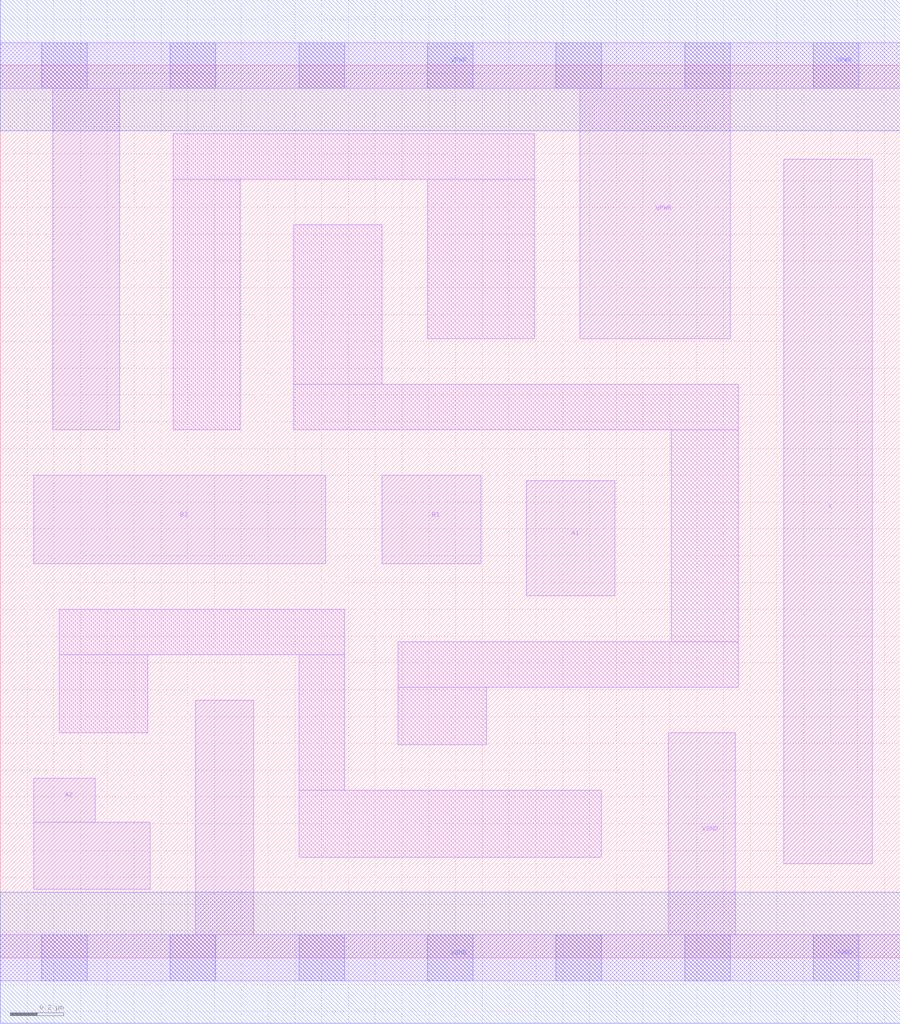
<source format=lef>
# Copyright 2020 The SkyWater PDK Authors
#
# Licensed under the Apache License, Version 2.0 (the "License");
# you may not use this file except in compliance with the License.
# You may obtain a copy of the License at
#
#     https://www.apache.org/licenses/LICENSE-2.0
#
# Unless required by applicable law or agreed to in writing, software
# distributed under the License is distributed on an "AS IS" BASIS,
# WITHOUT WARRANTIES OR CONDITIONS OF ANY KIND, either express or implied.
# See the License for the specific language governing permissions and
# limitations under the License.
#
# SPDX-License-Identifier: Apache-2.0

VERSION 5.7 ;
  NAMESCASESENSITIVE ON ;
  NOWIREEXTENSIONATPIN ON ;
  DIVIDERCHAR "/" ;
  BUSBITCHARS "[]" ;
UNITS
  DATABASE MICRONS 200 ;
END UNITS
MACRO sky130_fd_sc_ms__a22o_1
  CLASS CORE ;
  SOURCE USER ;
  FOREIGN sky130_fd_sc_ms__a22o_1 ;
  ORIGIN  0.000000  0.000000 ;
  SIZE  3.360000 BY  3.330000 ;
  SYMMETRY X Y ;
  SITE unit ;
  PIN A1
    ANTENNAGATEAREA  0.276000 ;
    DIRECTION INPUT ;
    USE SIGNAL ;
    PORT
      LAYER li1 ;
        RECT 1.965000 1.350000 2.295000 1.780000 ;
    END
  END A1
  PIN A2
    ANTENNAGATEAREA  0.276000 ;
    DIRECTION INPUT ;
    USE SIGNAL ;
    PORT
      LAYER li1 ;
        RECT 0.125000 0.255000 0.560000 0.505000 ;
        RECT 0.125000 0.505000 0.355000 0.670000 ;
    END
  END A2
  PIN B1
    ANTENNAGATEAREA  0.276000 ;
    DIRECTION INPUT ;
    USE SIGNAL ;
    PORT
      LAYER li1 ;
        RECT 1.425000 1.470000 1.795000 1.800000 ;
    END
  END B1
  PIN B2
    ANTENNAGATEAREA  0.276000 ;
    DIRECTION INPUT ;
    USE SIGNAL ;
    PORT
      LAYER li1 ;
        RECT 0.125000 1.470000 1.215000 1.800000 ;
    END
  END B2
  PIN X
    ANTENNADIFFAREA  0.487300 ;
    DIRECTION OUTPUT ;
    USE SIGNAL ;
    PORT
      LAYER li1 ;
        RECT 2.925000 0.350000 3.255000 2.980000 ;
    END
  END X
  PIN VGND
    DIRECTION INOUT ;
    USE GROUND ;
    PORT
      LAYER li1 ;
        RECT 0.000000 -0.085000 3.360000 0.085000 ;
        RECT 0.730000  0.085000 0.945000 0.960000 ;
        RECT 2.495000  0.085000 2.745000 0.840000 ;
      LAYER mcon ;
        RECT 0.155000 -0.085000 0.325000 0.085000 ;
        RECT 0.635000 -0.085000 0.805000 0.085000 ;
        RECT 1.115000 -0.085000 1.285000 0.085000 ;
        RECT 1.595000 -0.085000 1.765000 0.085000 ;
        RECT 2.075000 -0.085000 2.245000 0.085000 ;
        RECT 2.555000 -0.085000 2.725000 0.085000 ;
        RECT 3.035000 -0.085000 3.205000 0.085000 ;
      LAYER met1 ;
        RECT 0.000000 -0.245000 3.360000 0.245000 ;
    END
  END VGND
  PIN VPWR
    DIRECTION INOUT ;
    USE POWER ;
    PORT
      LAYER li1 ;
        RECT 0.000000 3.245000 3.360000 3.415000 ;
        RECT 0.195000 1.970000 0.445000 3.245000 ;
        RECT 2.165000 2.310000 2.725000 3.245000 ;
      LAYER mcon ;
        RECT 0.155000 3.245000 0.325000 3.415000 ;
        RECT 0.635000 3.245000 0.805000 3.415000 ;
        RECT 1.115000 3.245000 1.285000 3.415000 ;
        RECT 1.595000 3.245000 1.765000 3.415000 ;
        RECT 2.075000 3.245000 2.245000 3.415000 ;
        RECT 2.555000 3.245000 2.725000 3.415000 ;
        RECT 3.035000 3.245000 3.205000 3.415000 ;
      LAYER met1 ;
        RECT 0.000000 3.085000 3.360000 3.575000 ;
    END
  END VPWR
  OBS
    LAYER li1 ;
      RECT 0.220000 0.840000 0.550000 1.130000 ;
      RECT 0.220000 1.130000 1.285000 1.300000 ;
      RECT 0.645000 1.970000 0.895000 2.905000 ;
      RECT 0.645000 2.905000 1.995000 3.075000 ;
      RECT 1.095000 1.970000 2.755000 2.140000 ;
      RECT 1.095000 2.140000 1.425000 2.735000 ;
      RECT 1.115000 0.375000 2.245000 0.625000 ;
      RECT 1.115000 0.625000 1.285000 1.130000 ;
      RECT 1.485000 0.795000 1.815000 1.010000 ;
      RECT 1.485000 1.010000 2.755000 1.180000 ;
      RECT 1.595000 2.310000 1.995000 2.905000 ;
      RECT 2.505000 1.180000 2.755000 1.970000 ;
  END
END sky130_fd_sc_ms__a22o_1

</source>
